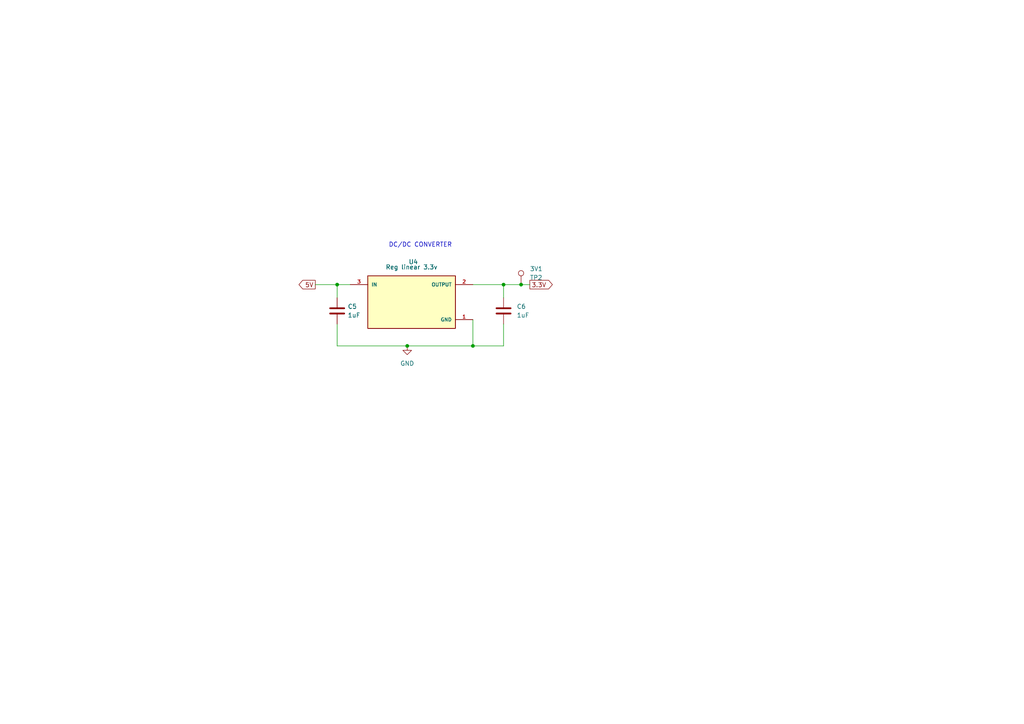
<source format=kicad_sch>
(kicad_sch (version 20231120) (generator "eeschema") (generator_version "8.0")
  (paper "A4")
  (title_block (title "Dimmer") (rev "0.1") (company "Gemicates Technologies Pvt Ltd,IITM Pravartak,IIT Madras Research Park,Chennai - 600113"))
  (lib_symbols
    (symbol "Connector:TestPoint" (pin_numbers hide) (pin_names (offset 0.762) hide)
      (property "Reference" "TP" (at 0 6.858 0))
      (property "Value" "TestPoint" (at 0 5.08 0))
      (symbol "TestPoint_0_1"
        (circle (center 0 3.302) (radius 0.762))
      )
      (symbol "TestPoint_1_1"
        (pin passive line (at 0 0 90) (length 2.54) (name "1") (number "1"))
      )
    )
    (symbol "Device:C" (pin_numbers hide) (pin_names (offset 0.254))
      (property "Reference" "C" (at 0.635 2.54 0))
      (property "Value" "C" (at 0.635 -2.54 0))
      (symbol "C_0_1"
        (polyline (pts (xy -2.032 -0.762) (xy 2.032 -0.762)) (stroke (width 0.508)))
        (polyline (pts (xy -2.032 0.762) (xy 2.032 0.762)) (stroke (width 0.508)))
      )
      (symbol "C_1_1"
        (pin passive line (at 0 3.81 270) (length 2.794) (name "~") (number "1"))
        (pin passive line (at 0 -3.81 90) (length 2.794) (name "~") (number "2"))
      )
    )
    (symbol "TLV1117LV33DCYR:TLV1117LV33DCYR" (pin_names (offset 1.016))
      (property "Reference" "U1" (at 0.508 11.684 0))
      (property "Value" "Reg linear 3.3v" (at 0 10.16 0))
      (symbol "TLV1117LV33DCYR_0_0"
        (rectangle (start -12.7 7.62) (end 12.7 -7.62) (stroke (width 0.254)) (fill (type background)))
        (pin power_in line (at 17.78 -5.08 180) (length 5.08) (name "GND") (number "1"))
        (pin input line (at -17.78 5.08 0) (length 5.08) (name "IN") (number "3"))
      )
      (symbol "TLV1117LV33DCYR_1_0"
        (pin power_in line (at 17.78 5.08 180) (length 5.08) (name "OUTPUT") (number "2"))
      )
    )
    (symbol "power:GND" (power) (pin_numbers hide) (pin_names (offset 0) hide)
      (property "Value" "GND" (at 0 -3.81 0))
      (symbol "GND_0_1"
        (polyline (pts (xy 0 0) (xy 0 -1.27) (xy 1.27 -1.27) (xy 0 -2.54) (xy -1.27 -1.27) (xy 0 -1.27)))
      )
      (symbol "GND_1_1"
        (pin power_in line (at 0 0 270) (length 0) (name "~") (number "1"))
      )
    )
  )
  (junction (at 137.16 100.33))
  (junction (at 146.05 82.55))
  (junction (at 97.79 82.55))
  (junction (at 151.13 82.55))
  (junction (at 118.11 100.33))
  (wire (pts (xy 91.44 82.55) (xy 97.79 82.55)))
  (wire (pts (xy 146.05 100.33) (xy 137.16 100.33)))
  (wire (pts (xy 97.79 82.55) (xy 101.6 82.55)))
  (wire (pts (xy 151.13 82.55) (xy 153.67 82.55)))
  (wire (pts (xy 137.16 100.33) (xy 137.16 92.71)))
  (wire (pts (xy 97.79 100.33) (xy 118.11 100.33)))
  (wire (pts (xy 97.79 93.98) (xy 97.79 100.33)))
  (wire (pts (xy 146.05 82.55) (xy 146.05 86.36)))
  (wire (pts (xy 146.05 93.98) (xy 146.05 100.33)))
  (wire (pts (xy 97.79 82.55) (xy 97.79 86.36)))
  (wire (pts (xy 118.11 100.33) (xy 137.16 100.33)))
  (wire (pts (xy 137.16 82.55) (xy 146.05 82.55)))
  (wire (pts (xy 146.05 82.55) (xy 151.13 82.55)))
  (text "DC/DC CONVERTER" (at 121.92 71.12 0) (effects (font (size 1.27 1.27))))
  (global_label "3.3V" (shape output) (at 153.67 82.55 0) (property "Intersheetrefs" "${INTERSHEET_REFS}" (effects (hide yes))))
  (global_label "5V" (shape output) (at 91.44 82.55 180) (property "Intersheetrefs" "${INTERSHEET_REFS}" (effects (hide yes))))
  (symbol (lib_id "power:GND") (at 118.11 100.33 0) (unit 1)
    (property "Reference" "#PWR012" (effects (hide yes)))
    (property "Value" "GND" (at 118.11 105.41 0))
    (property "Description" "Power symbol creates a global label with name \"GND\" , ground" (effects (hide yes)))
  )
  (symbol (lib_id "TLV1117LV33DCYR:TLV1117LV33DCYR") (at 119.38 87.63 0) (unit 1)
    (property "Reference" "U4" (at 119.888 75.946 0))
    (property "Value" "Reg linear 3.3v" (at 119.38 77.47 0))
    (property "Footprint" "Library:IC REG LINEAR 3.3V 1A SOT223-4" (effects (hide yes)))
    (property "DigiKey_Part_Number" "." (effects (hide yes)))
    (property "SnapEDA_Link" "." (effects (hide yes)))
    (property "MAXIMUM_PACKAGE_HEIGHT" "1.80 mm" (effects (hide yes)))
    (property "Package" "SOT-223-4 Texas Instruments" (effects (hide yes)))
    (property "Check_prices" "." (effects (hide yes)))
    (property "STANDARD" "IPC-7351B" (effects (hide yes)))
    (property "PARTREV" "." (effects (hide yes)))
    (property "MP" "." (effects (hide yes)))
    (property "Description_1" "\n1-A, low-dropout voltage regulator\n" (effects (hide yes)))
    (property "MANUFACTURER" "." (effects (hide yes)))
  )
  (symbol (lib_id "Device:C") (at 97.79 90.17 0) (unit 1)
    (property "Reference" "C5" (at 100.838 88.8999 0) (effects (justify left)))
    (property "Value" "1uF" (at 100.838 91.4399 0) (effects (justify left)))
    (property "Footprint" "Capacitor_SMD:C_0603_1608Metric" (effects (hide yes)))
    (property "Description" "Unpolarized capacitor" (effects (hide yes)))
  )
  (symbol (lib_id "Device:C") (at 146.05 90.17 0) (unit 1)
    (property "Reference" "C6" (at 149.86 88.8999 0) (effects (justify left)))
    (property "Value" "1uF" (at 149.86 91.4399 0) (effects (justify left)))
    (property "Footprint" "Capacitor_SMD:C_0603_1608Metric" (effects (hide yes)))
    (property "Description" "Unpolarized capacitor" (effects (hide yes)))
  )
  (symbol (lib_id "Connector:TestPoint") (at 151.13 82.55 0) (unit 1)
    (property "Reference" "3V1" (at 153.67 77.9779 0) (effects (justify left)))
    (property "Value" "TP2" (at 153.67 80.5179 0) (effects (justify left)))
    (property "Footprint" "TestPoint:TestPoint_Pad_1.0x1.0mm" (effects (hide yes)))
    (property "Description" "test point" (effects (hide yes)))
  )
)
</source>
